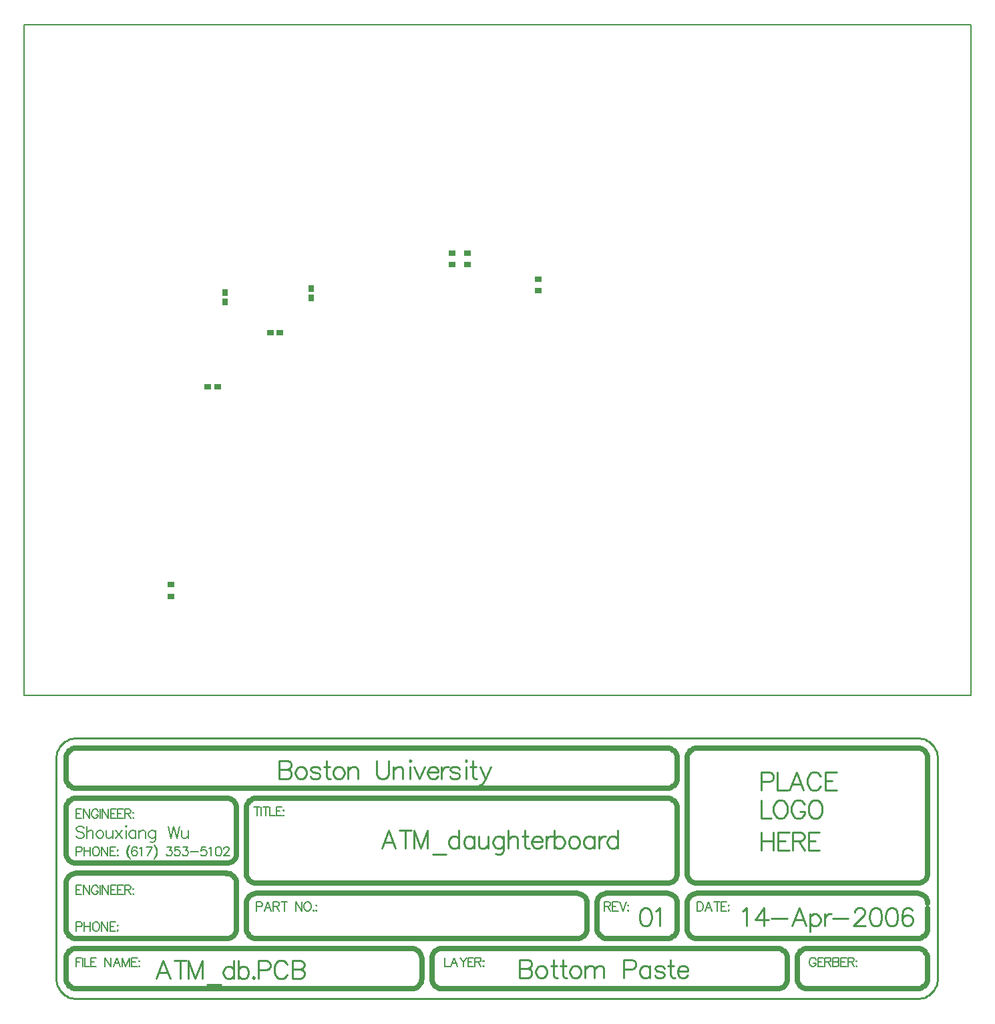
<source format=gbp>
%FSLAX24Y24*%
%MOIN*%
G70*
G01*
G75*
%ADD10C,0.0080*%
%ADD11R,0.0400X0.0600*%
%ADD12R,0.0157X0.0787*%
%ADD13O,0.0157X0.0787*%
%ADD14R,0.0413X0.0177*%
%ADD15R,0.1157X0.1409*%
%ADD16R,0.0315X0.0354*%
%ADD17R,0.1500X0.1100*%
%ADD18O,0.0906X0.0118*%
%ADD19C,0.0157*%
%ADD20R,0.0354X0.0315*%
%ADD21R,0.0906X0.0118*%
%ADD22R,0.0787X0.0197*%
%ADD23O,0.0630X0.0197*%
%ADD24O,0.0197X0.0630*%
%ADD25R,0.0600X0.0500*%
%ADD26R,0.0366X0.0291*%
%ADD27R,0.0600X0.0600*%
%ADD28R,0.1004X0.1063*%
%ADD29R,0.1063X0.1004*%
%ADD30O,0.0118X0.0591*%
%ADD31O,0.0591X0.0118*%
%ADD32R,0.0291X0.0366*%
%ADD33R,0.1000X0.0420*%
%ADD34R,0.0213X0.0138*%
%ADD35O,0.0591X0.0118*%
%ADD36R,0.0787X0.0709*%
%ADD37R,0.0500X0.0600*%
%ADD38R,0.0531X0.0256*%
%ADD39R,0.0984X0.2795*%
%ADD40R,0.1201X0.0449*%
%ADD41R,0.0291X0.0366*%
%ADD42R,0.0984X0.2795*%
%ADD43R,0.0990X0.0200*%
%ADD44R,0.0440X0.0960*%
%ADD45R,0.4100X0.4250*%
%ADD46C,0.0100*%
%ADD47C,0.0200*%
%ADD48C,0.0050*%
%ADD49C,0.0060*%
%ADD50C,0.0300*%
%ADD51C,0.0400*%
%ADD52C,0.0051*%
%ADD53C,0.0079*%
%ADD54R,0.2126X0.1142*%
%ADD55R,0.5315X0.2047*%
%ADD56R,0.1559X0.1244*%
%ADD57R,0.0984X0.0437*%
%ADD58R,0.0996X0.0433*%
%ADD59R,0.0543X0.0933*%
%ADD60R,0.3228X0.1142*%
%ADD61R,0.2441X0.1693*%
%ADD62R,0.1142X0.1181*%
%ADD63R,0.1209X0.3386*%
%ADD64R,0.2909X0.4957*%
%ADD65R,0.1177X0.0437*%
%ADD66R,0.3504X0.2795*%
%ADD67C,0.0250*%
%ADD68C,0.0090*%
%ADD69C,0.0500*%
%ADD70C,0.0240*%
%ADD71C,0.0591*%
%ADD72C,0.0472*%
%ADD73C,0.1575*%
%ADD74C,0.0270*%
%ADD75C,0.0240*%
%ADD76C,0.0240*%
%ADD77C,0.0120*%
D10*
X22673Y13077D02*
X22616Y13134D01*
X22530Y13162D01*
X22416D01*
X22330Y13134D01*
X22273Y13077D01*
Y13020D01*
X22302Y12963D01*
X22330Y12934D01*
X22387Y12905D01*
X22559Y12848D01*
X22616Y12820D01*
X22645Y12791D01*
X22673Y12734D01*
Y12648D01*
X22616Y12591D01*
X22530Y12563D01*
X22416D01*
X22330Y12591D01*
X22273Y12648D01*
X22807Y13162D02*
Y12563D01*
Y12848D02*
X22893Y12934D01*
X22950Y12963D01*
X23036D01*
X23093Y12934D01*
X23122Y12848D01*
Y12563D01*
X23422Y12963D02*
X23364Y12934D01*
X23307Y12877D01*
X23279Y12791D01*
Y12734D01*
X23307Y12648D01*
X23364Y12591D01*
X23422Y12563D01*
X23507D01*
X23564Y12591D01*
X23622Y12648D01*
X23650Y12734D01*
Y12791D01*
X23622Y12877D01*
X23564Y12934D01*
X23507Y12963D01*
X23422D01*
X23781D02*
Y12677D01*
X23810Y12591D01*
X23867Y12563D01*
X23953D01*
X24010Y12591D01*
X24096Y12677D01*
Y12963D02*
Y12563D01*
X24253Y12963D02*
X24567Y12563D01*
Y12963D02*
X24253Y12563D01*
X24750Y13162D02*
X24778Y13134D01*
X24807Y13162D01*
X24778Y13191D01*
X24750Y13162D01*
X24778Y12963D02*
Y12563D01*
X25255Y12963D02*
Y12563D01*
Y12877D02*
X25198Y12934D01*
X25141Y12963D01*
X25055D01*
X24998Y12934D01*
X24941Y12877D01*
X24913Y12791D01*
Y12734D01*
X24941Y12648D01*
X24998Y12591D01*
X25055Y12563D01*
X25141D01*
X25198Y12591D01*
X25255Y12648D01*
X25415Y12963D02*
Y12563D01*
Y12848D02*
X25501Y12934D01*
X25558Y12963D01*
X25644D01*
X25701Y12934D01*
X25730Y12848D01*
Y12563D01*
X26230Y12963D02*
Y12505D01*
X26201Y12420D01*
X26172Y12391D01*
X26115Y12363D01*
X26030D01*
X25972Y12391D01*
X26230Y12877D02*
X26172Y12934D01*
X26115Y12963D01*
X26030D01*
X25972Y12934D01*
X25915Y12877D01*
X25887Y12791D01*
Y12734D01*
X25915Y12648D01*
X25972Y12591D01*
X26030Y12563D01*
X26115D01*
X26172Y12591D01*
X26230Y12648D01*
X26861Y13162D02*
X27004Y12563D01*
X27146Y13162D02*
X27004Y12563D01*
X27146Y13162D02*
X27289Y12563D01*
X27432Y13162D02*
X27289Y12563D01*
X27552Y12963D02*
Y12677D01*
X27581Y12591D01*
X27638Y12563D01*
X27723D01*
X27781Y12591D01*
X27866Y12677D01*
Y12963D02*
Y12563D01*
D20*
X27000Y24629D02*
D03*
Y25220D02*
D03*
X45350Y39880D02*
D03*
Y40471D02*
D03*
X41050Y41771D02*
D03*
Y41180D02*
D03*
X41800Y41771D02*
D03*
Y41180D02*
D03*
D26*
X28854Y35100D02*
D03*
X29330D02*
D03*
X31974Y37800D02*
D03*
X32450D02*
D03*
D32*
X29700Y39324D02*
D03*
Y39800D02*
D03*
X34000Y39524D02*
D03*
Y40000D02*
D03*
D46*
X21273Y5573D02*
X21278Y5475D01*
X21292Y5378D01*
X21316Y5283D01*
X21348Y5190D01*
X21390Y5101D01*
X21440Y5017D01*
X21498Y4938D01*
X21563Y4865D01*
X21635Y4798D01*
X21713Y4739D01*
X21796Y4688D01*
X21885Y4645D01*
X21976Y4610D01*
X22071Y4585D01*
X22168Y4569D01*
X22266Y4563D01*
X64273Y4563D02*
X64371Y4567D01*
X64468Y4582D01*
X64564Y4606D01*
X64656Y4639D01*
X64745Y4681D01*
X64829Y4731D01*
X64908Y4790D01*
X64980Y4855D01*
X65046Y4928D01*
X65105Y5007D01*
X65155Y5091D01*
X65197Y5180D01*
X65230Y5272D01*
X65254Y5368D01*
X65268Y5465D01*
X65273Y5563D01*
Y16563D02*
X65268Y16661D01*
X65254Y16758D01*
X65230Y16853D01*
X65197Y16945D01*
X65155Y17034D01*
X65105Y17118D01*
X65046Y17197D01*
X64980Y17270D01*
X64908Y17336D01*
X64829Y17394D01*
X64745Y17445D01*
X64656Y17486D01*
X64564Y17520D01*
X64468Y17543D01*
X64371Y17558D01*
X64273Y17563D01*
X22273D02*
X22175Y17558D01*
X22078Y17543D01*
X21983Y17520D01*
X21891Y17486D01*
X21802Y17445D01*
X21718Y17394D01*
X21639Y17336D01*
X21566Y17270D01*
X21500Y17197D01*
X21442Y17118D01*
X21391Y17034D01*
X21349Y16945D01*
X21316Y16853D01*
X21292Y16758D01*
X21278Y16661D01*
X21273Y16563D01*
X22273Y4563D02*
X64273D01*
X22273Y17563D02*
X64273D01*
X65273Y5563D02*
Y16563D01*
X21273Y5563D02*
Y16563D01*
D48*
X59195Y6505D02*
X59173Y6548D01*
X59130Y6591D01*
X59087Y6612D01*
X59002D01*
X58959Y6591D01*
X58916Y6548D01*
X58895Y6505D01*
X58873Y6441D01*
Y6334D01*
X58895Y6270D01*
X58916Y6227D01*
X58959Y6184D01*
X59002Y6163D01*
X59087D01*
X59130Y6184D01*
X59173Y6227D01*
X59195Y6270D01*
Y6334D01*
X59087D02*
X59195D01*
X59576Y6612D02*
X59297D01*
Y6163D01*
X59576D01*
X59297Y6398D02*
X59469D01*
X59651Y6612D02*
Y6163D01*
Y6612D02*
X59844D01*
X59908Y6591D01*
X59929Y6570D01*
X59951Y6527D01*
Y6484D01*
X59929Y6441D01*
X59908Y6420D01*
X59844Y6398D01*
X59651D01*
X59801D02*
X59951Y6163D01*
X60052Y6612D02*
Y6163D01*
Y6612D02*
X60244D01*
X60309Y6591D01*
X60330Y6570D01*
X60351Y6527D01*
Y6484D01*
X60330Y6441D01*
X60309Y6420D01*
X60244Y6398D01*
X60052D02*
X60244D01*
X60309Y6377D01*
X60330Y6355D01*
X60351Y6313D01*
Y6248D01*
X60330Y6205D01*
X60309Y6184D01*
X60244Y6163D01*
X60052D01*
X60731Y6612D02*
X60452D01*
Y6163D01*
X60731D01*
X60452Y6398D02*
X60624D01*
X60806Y6612D02*
Y6163D01*
Y6612D02*
X60998D01*
X61063Y6591D01*
X61084Y6570D01*
X61106Y6527D01*
Y6484D01*
X61084Y6441D01*
X61063Y6420D01*
X60998Y6398D01*
X60806D01*
X60956D02*
X61106Y6163D01*
X61228Y6463D02*
X61206Y6441D01*
X61228Y6420D01*
X61249Y6441D01*
X61228Y6463D01*
Y6205D02*
X61206Y6184D01*
X61228Y6163D01*
X61249Y6184D01*
X61228Y6205D01*
X22273Y6612D02*
Y6163D01*
Y6612D02*
X22552D01*
X22273Y6398D02*
X22445D01*
X22603Y6612D02*
Y6163D01*
X22697Y6612D02*
Y6163D01*
X22955D01*
X23282Y6612D02*
X23004D01*
Y6163D01*
X23282D01*
X23004Y6398D02*
X23175D01*
X23711Y6612D02*
Y6163D01*
Y6612D02*
X24011Y6163D01*
Y6612D02*
Y6163D01*
X24478D02*
X24306Y6612D01*
X24135Y6163D01*
X24199Y6313D02*
X24413D01*
X24583Y6612D02*
Y6163D01*
Y6612D02*
X24754Y6163D01*
X24926Y6612D02*
X24754Y6163D01*
X24926Y6612D02*
Y6163D01*
X25333Y6612D02*
X25054D01*
Y6163D01*
X25333D01*
X25054Y6398D02*
X25225D01*
X25429Y6463D02*
X25408Y6441D01*
X25429Y6420D01*
X25450Y6441D01*
X25429Y6463D01*
Y6205D02*
X25408Y6184D01*
X25429Y6163D01*
X25450Y6184D01*
X25429Y6205D01*
X22552Y10213D02*
X22273D01*
Y9763D01*
X22552D01*
X22273Y9998D02*
X22445D01*
X22627Y10213D02*
Y9763D01*
Y10213D02*
X22927Y9763D01*
Y10213D02*
Y9763D01*
X23372Y10105D02*
X23351Y10148D01*
X23308Y10191D01*
X23265Y10213D01*
X23179D01*
X23137Y10191D01*
X23094Y10148D01*
X23072Y10105D01*
X23051Y10041D01*
Y9934D01*
X23072Y9870D01*
X23094Y9827D01*
X23137Y9784D01*
X23179Y9763D01*
X23265D01*
X23308Y9784D01*
X23351Y9827D01*
X23372Y9870D01*
Y9934D01*
X23265D02*
X23372D01*
X23475Y10213D02*
Y9763D01*
X23569Y10213D02*
Y9763D01*
Y10213D02*
X23869Y9763D01*
Y10213D02*
Y9763D01*
X24272Y10213D02*
X23994D01*
Y9763D01*
X24272D01*
X23994Y9998D02*
X24165D01*
X24626Y10213D02*
X24347D01*
Y9763D01*
X24626D01*
X24347Y9998D02*
X24518D01*
X24701Y10213D02*
Y9763D01*
Y10213D02*
X24893D01*
X24958Y10191D01*
X24979Y10170D01*
X25001Y10127D01*
Y10084D01*
X24979Y10041D01*
X24958Y10020D01*
X24893Y9998D01*
X24701D01*
X24851D02*
X25001Y9763D01*
X25123Y10063D02*
X25101Y10041D01*
X25123Y10020D01*
X25144Y10041D01*
X25123Y10063D01*
Y9805D02*
X25101Y9784D01*
X25123Y9763D01*
X25144Y9784D01*
X25123Y9805D01*
X31298Y14138D02*
Y13688D01*
X31148Y14138D02*
X31448D01*
X31502D02*
Y13688D01*
X31746Y14138D02*
Y13688D01*
X31596Y14138D02*
X31896D01*
X31949D02*
Y13688D01*
X32207D01*
X32534Y14138D02*
X32256D01*
Y13688D01*
X32534D01*
X32256Y13923D02*
X32427D01*
X32631Y13988D02*
X32609Y13966D01*
X32631Y13945D01*
X32652Y13966D01*
X32631Y13988D01*
Y13730D02*
X32609Y13709D01*
X32631Y13688D01*
X32652Y13709D01*
X32631Y13730D01*
X31273Y9152D02*
X31466D01*
X31530Y9173D01*
X31552Y9195D01*
X31573Y9238D01*
Y9302D01*
X31552Y9345D01*
X31530Y9366D01*
X31466Y9388D01*
X31273D01*
Y8938D01*
X32017D02*
X31845Y9388D01*
X31674Y8938D01*
X31738Y9088D02*
X31952D01*
X32122Y9388D02*
Y8938D01*
Y9388D02*
X32314D01*
X32379Y9366D01*
X32400Y9345D01*
X32422Y9302D01*
Y9259D01*
X32400Y9216D01*
X32379Y9195D01*
X32314Y9173D01*
X32122D01*
X32272D02*
X32422Y8938D01*
X32672Y9388D02*
Y8938D01*
X32522Y9388D02*
X32822D01*
X33229D02*
Y8938D01*
Y9388D02*
X33529Y8938D01*
Y9388D02*
Y8938D01*
X33782Y9388D02*
X33739Y9366D01*
X33696Y9323D01*
X33675Y9280D01*
X33653Y9216D01*
Y9109D01*
X33675Y9045D01*
X33696Y9002D01*
X33739Y8959D01*
X33782Y8938D01*
X33868D01*
X33911Y8959D01*
X33953Y9002D01*
X33975Y9045D01*
X33996Y9109D01*
Y9216D01*
X33975Y9280D01*
X33953Y9323D01*
X33911Y9366D01*
X33868Y9388D01*
X33782D01*
X34123Y8980D02*
X34101Y8959D01*
X34123Y8938D01*
X34144Y8959D01*
X34123Y8980D01*
X34264Y9238D02*
X34243Y9216D01*
X34264Y9195D01*
X34285Y9216D01*
X34264Y9238D01*
Y8980D02*
X34243Y8959D01*
X34264Y8938D01*
X34285Y8959D01*
X34264Y8980D01*
X22552Y14013D02*
X22273D01*
Y13563D01*
X22552D01*
X22273Y13798D02*
X22445D01*
X22627Y14013D02*
Y13563D01*
Y14013D02*
X22927Y13563D01*
Y14013D02*
Y13563D01*
X23372Y13905D02*
X23351Y13948D01*
X23308Y13991D01*
X23265Y14013D01*
X23179D01*
X23137Y13991D01*
X23094Y13948D01*
X23072Y13905D01*
X23051Y13841D01*
Y13734D01*
X23072Y13670D01*
X23094Y13627D01*
X23137Y13584D01*
X23179Y13563D01*
X23265D01*
X23308Y13584D01*
X23351Y13627D01*
X23372Y13670D01*
Y13734D01*
X23265D02*
X23372D01*
X23475Y14013D02*
Y13563D01*
X23569Y14013D02*
Y13563D01*
Y14013D02*
X23869Y13563D01*
Y14013D02*
Y13563D01*
X24272Y14013D02*
X23994D01*
Y13563D01*
X24272D01*
X23994Y13798D02*
X24165D01*
X24626Y14013D02*
X24347D01*
Y13563D01*
X24626D01*
X24347Y13798D02*
X24518D01*
X24701Y14013D02*
Y13563D01*
Y14013D02*
X24893D01*
X24958Y13991D01*
X24979Y13970D01*
X25001Y13927D01*
Y13884D01*
X24979Y13841D01*
X24958Y13820D01*
X24893Y13798D01*
X24701D01*
X24851D02*
X25001Y13563D01*
X25123Y13863D02*
X25101Y13841D01*
X25123Y13820D01*
X25144Y13841D01*
X25123Y13863D01*
Y13605D02*
X25101Y13584D01*
X25123Y13563D01*
X25144Y13584D01*
X25123Y13605D01*
X40673Y6612D02*
Y6163D01*
X40930D01*
X41322D02*
X41151Y6612D01*
X40980Y6163D01*
X41044Y6313D02*
X41258D01*
X41427Y6612D02*
X41599Y6398D01*
Y6163D01*
X41770Y6612D02*
X41599Y6398D01*
X42106Y6612D02*
X41828D01*
Y6163D01*
X42106D01*
X41828Y6398D02*
X41999D01*
X42181Y6612D02*
Y6163D01*
Y6612D02*
X42374D01*
X42439Y6591D01*
X42460Y6570D01*
X42481Y6527D01*
Y6484D01*
X42460Y6441D01*
X42439Y6420D01*
X42374Y6398D01*
X42181D01*
X42331D02*
X42481Y6163D01*
X42604Y6463D02*
X42582Y6441D01*
X42604Y6420D01*
X42625Y6441D01*
X42604Y6463D01*
Y6205D02*
X42582Y6184D01*
X42604Y6163D01*
X42625Y6184D01*
X42604Y6205D01*
X22273Y8152D02*
X22466D01*
X22530Y8173D01*
X22552Y8195D01*
X22573Y8238D01*
Y8302D01*
X22552Y8345D01*
X22530Y8366D01*
X22466Y8388D01*
X22273D01*
Y7938D01*
X22674Y8388D02*
Y7938D01*
X22974Y8388D02*
Y7938D01*
X22674Y8173D02*
X22974D01*
X23227Y8388D02*
X23184Y8366D01*
X23141Y8323D01*
X23119Y8280D01*
X23098Y8216D01*
Y8109D01*
X23119Y8045D01*
X23141Y8002D01*
X23184Y7959D01*
X23227Y7938D01*
X23312D01*
X23355Y7959D01*
X23398Y8002D01*
X23419Y8045D01*
X23441Y8109D01*
Y8216D01*
X23419Y8280D01*
X23398Y8323D01*
X23355Y8366D01*
X23312Y8388D01*
X23227D01*
X23546D02*
Y7938D01*
Y8388D02*
X23846Y7938D01*
Y8388D02*
Y7938D01*
X24249Y8388D02*
X23970D01*
Y7938D01*
X24249D01*
X23970Y8173D02*
X24141D01*
X24345Y8238D02*
X24323Y8216D01*
X24345Y8195D01*
X24366Y8216D01*
X24345Y8238D01*
Y7980D02*
X24323Y7959D01*
X24345Y7938D01*
X24366Y7959D01*
X24345Y7980D01*
X22273Y11902D02*
X22466D01*
X22530Y11923D01*
X22552Y11945D01*
X22573Y11988D01*
Y12052D01*
X22552Y12095D01*
X22530Y12116D01*
X22466Y12138D01*
X22273D01*
Y11688D01*
X22674Y12138D02*
Y11688D01*
X22974Y12138D02*
Y11688D01*
X22674Y11923D02*
X22974D01*
X23227Y12138D02*
X23184Y12116D01*
X23141Y12073D01*
X23119Y12030D01*
X23098Y11966D01*
Y11859D01*
X23119Y11795D01*
X23141Y11752D01*
X23184Y11709D01*
X23227Y11688D01*
X23312D01*
X23355Y11709D01*
X23398Y11752D01*
X23419Y11795D01*
X23441Y11859D01*
Y11966D01*
X23419Y12030D01*
X23398Y12073D01*
X23355Y12116D01*
X23312Y12138D01*
X23227D01*
X23546D02*
Y11688D01*
Y12138D02*
X23846Y11688D01*
Y12138D02*
Y11688D01*
X24249Y12138D02*
X23970D01*
Y11688D01*
X24249D01*
X23970Y11923D02*
X24141D01*
X24345Y11988D02*
X24323Y11966D01*
X24345Y11945D01*
X24366Y11966D01*
X24345Y11988D01*
Y11730D02*
X24323Y11709D01*
X24345Y11688D01*
X24366Y11709D01*
X24345Y11730D01*
X24968Y12223D02*
X24926Y12180D01*
X24883Y12116D01*
X24840Y12030D01*
X24818Y11923D01*
Y11838D01*
X24840Y11730D01*
X24883Y11645D01*
X24926Y11580D01*
X24968Y11538D01*
X24926Y12180D02*
X24883Y12095D01*
X24861Y12030D01*
X24840Y11923D01*
Y11838D01*
X24861Y11730D01*
X24883Y11666D01*
X24926Y11580D01*
X25311Y12073D02*
X25290Y12116D01*
X25225Y12138D01*
X25183D01*
X25118Y12116D01*
X25075Y12052D01*
X25054Y11945D01*
Y11838D01*
X25075Y11752D01*
X25118Y11709D01*
X25183Y11688D01*
X25204D01*
X25268Y11709D01*
X25311Y11752D01*
X25333Y11816D01*
Y11838D01*
X25311Y11902D01*
X25268Y11945D01*
X25204Y11966D01*
X25183D01*
X25118Y11945D01*
X25075Y11902D01*
X25054Y11838D01*
X25431Y12052D02*
X25474Y12073D01*
X25538Y12138D01*
Y11688D01*
X26061Y12138D02*
X25847Y11688D01*
X25761Y12138D02*
X26061D01*
X26162Y12223D02*
X26205Y12180D01*
X26247Y12116D01*
X26290Y12030D01*
X26312Y11923D01*
Y11838D01*
X26290Y11730D01*
X26247Y11645D01*
X26205Y11580D01*
X26162Y11538D01*
X26205Y12180D02*
X26247Y12095D01*
X26269Y12030D01*
X26290Y11923D01*
Y11838D01*
X26269Y11730D01*
X26247Y11666D01*
X26205Y11580D01*
X26817Y12138D02*
X27053D01*
X26924Y11966D01*
X26989D01*
X27031Y11945D01*
X27053Y11923D01*
X27074Y11859D01*
Y11816D01*
X27053Y11752D01*
X27010Y11709D01*
X26946Y11688D01*
X26882D01*
X26817Y11709D01*
X26796Y11730D01*
X26774Y11773D01*
X27432Y12138D02*
X27218D01*
X27196Y11945D01*
X27218Y11966D01*
X27282Y11988D01*
X27346D01*
X27411Y11966D01*
X27454Y11923D01*
X27475Y11859D01*
Y11816D01*
X27454Y11752D01*
X27411Y11709D01*
X27346Y11688D01*
X27282D01*
X27218Y11709D01*
X27196Y11730D01*
X27175Y11773D01*
X27619Y12138D02*
X27854D01*
X27726Y11966D01*
X27790D01*
X27833Y11945D01*
X27854Y11923D01*
X27876Y11859D01*
Y11816D01*
X27854Y11752D01*
X27811Y11709D01*
X27747Y11688D01*
X27683D01*
X27619Y11709D01*
X27597Y11730D01*
X27576Y11773D01*
X27976Y11880D02*
X28362D01*
X28752Y12138D02*
X28538D01*
X28516Y11945D01*
X28538Y11966D01*
X28602Y11988D01*
X28666D01*
X28730Y11966D01*
X28773Y11923D01*
X28795Y11859D01*
Y11816D01*
X28773Y11752D01*
X28730Y11709D01*
X28666Y11688D01*
X28602D01*
X28538Y11709D01*
X28516Y11730D01*
X28495Y11773D01*
X28895Y12052D02*
X28938Y12073D01*
X29002Y12138D01*
Y11688D01*
X29354Y12138D02*
X29290Y12116D01*
X29247Y12052D01*
X29225Y11945D01*
Y11880D01*
X29247Y11773D01*
X29290Y11709D01*
X29354Y11688D01*
X29397D01*
X29461Y11709D01*
X29504Y11773D01*
X29525Y11880D01*
Y11945D01*
X29504Y12052D01*
X29461Y12116D01*
X29397Y12138D01*
X29354D01*
X29647Y12030D02*
Y12052D01*
X29669Y12095D01*
X29690Y12116D01*
X29733Y12138D01*
X29819D01*
X29862Y12116D01*
X29883Y12095D01*
X29904Y12052D01*
Y12009D01*
X29883Y11966D01*
X29840Y11902D01*
X29626Y11688D01*
X29926D01*
X48648Y9388D02*
Y8938D01*
Y9388D02*
X48841D01*
X48905Y9366D01*
X48927Y9345D01*
X48948Y9302D01*
Y9259D01*
X48927Y9216D01*
X48905Y9195D01*
X48841Y9173D01*
X48648D01*
X48798D02*
X48948Y8938D01*
X49327Y9388D02*
X49049D01*
Y8938D01*
X49327D01*
X49049Y9173D02*
X49220D01*
X49402Y9388D02*
X49574Y8938D01*
X49745Y9388D02*
X49574Y8938D01*
X49824Y9238D02*
X49803Y9216D01*
X49824Y9195D01*
X49846Y9216D01*
X49824Y9238D01*
Y8980D02*
X49803Y8959D01*
X49824Y8938D01*
X49846Y8959D01*
X49824Y8980D01*
X53273Y9388D02*
Y8938D01*
Y9388D02*
X53423D01*
X53487Y9366D01*
X53530Y9323D01*
X53552Y9280D01*
X53573Y9216D01*
Y9109D01*
X53552Y9045D01*
X53530Y9002D01*
X53487Y8959D01*
X53423Y8938D01*
X53273D01*
X54017D02*
X53845Y9388D01*
X53674Y8938D01*
X53738Y9088D02*
X53952D01*
X54272Y9388D02*
Y8938D01*
X54122Y9388D02*
X54422D01*
X54754D02*
X54475D01*
Y8938D01*
X54754D01*
X54475Y9173D02*
X54647D01*
X54850Y9238D02*
X54829Y9216D01*
X54850Y9195D01*
X54871Y9216D01*
X54850Y9238D01*
Y8980D02*
X54829Y8959D01*
X54850Y8938D01*
X54871Y8959D01*
X54850Y8980D01*
D49*
X19685Y19685D02*
X66929D01*
Y53150D01*
X19685D02*
X66929D01*
X19685Y19685D02*
Y53150D01*
D67*
X64773Y9323D02*
X64764Y9418D01*
X64736Y9510D01*
X64691Y9595D01*
X64630Y9669D01*
X64555Y9730D01*
X64471Y9775D01*
X64379Y9803D01*
X64283Y9813D01*
X53273D02*
X53176Y9803D01*
X53082Y9775D01*
X52995Y9728D01*
X52920Y9666D01*
X52857Y9590D01*
X52811Y9504D01*
X52783Y9410D01*
X52773Y9313D01*
X64273Y10313D02*
X64371Y10322D01*
X64465Y10351D01*
X64551Y10397D01*
X64627Y10459D01*
X64689Y10535D01*
X64735Y10621D01*
X64764Y10715D01*
X64773Y10813D01*
X52773D02*
X52783Y10715D01*
X52811Y10621D01*
X52857Y10535D01*
X52920Y10459D01*
X52995Y10397D01*
X53082Y10351D01*
X53176Y10322D01*
X53273Y10313D01*
X64773Y16573D02*
X64763Y16670D01*
X64734Y16764D01*
X64687Y16850D01*
X64624Y16925D01*
X64547Y16986D01*
X64459Y17030D01*
X64364Y17056D01*
X64266Y17062D01*
X64273Y7563D02*
X64371Y7572D01*
X64465Y7601D01*
X64551Y7647D01*
X64627Y7709D01*
X64689Y7785D01*
X64735Y7871D01*
X64764Y7965D01*
X64773Y8063D01*
X64773Y6571D02*
X64762Y6668D01*
X64733Y6760D01*
X64686Y6845D01*
X64624Y6919D01*
X64548Y6980D01*
X64463Y7025D01*
X64370Y7053D01*
X64273Y7063D01*
Y5063D02*
X64371Y5072D01*
X64465Y5101D01*
X64551Y5147D01*
X64627Y5209D01*
X64689Y5285D01*
X64735Y5371D01*
X64764Y5465D01*
X64773Y5563D01*
X51773Y7563D02*
X51871Y7572D01*
X51965Y7601D01*
X52051Y7647D01*
X52127Y7709D01*
X52189Y7785D01*
X52235Y7871D01*
X52264Y7965D01*
X52273Y8063D01*
X52773Y8053D02*
X52783Y7956D01*
X52811Y7863D01*
X52858Y7778D01*
X52920Y7703D01*
X52995Y7642D01*
X53082Y7597D01*
X53175Y7571D01*
X53272Y7563D01*
X52273Y9323D02*
X52264Y9418D01*
X52236Y9510D01*
X52191Y9595D01*
X52130Y9669D01*
X52055Y9730D01*
X51971Y9775D01*
X51879Y9803D01*
X51783Y9813D01*
X21773Y5563D02*
X21783Y5466D01*
X21810Y5373D01*
X21856Y5288D01*
X21917Y5212D01*
X21991Y5150D01*
X22076Y5103D01*
X22168Y5074D01*
X22264Y5063D01*
X51782Y10313D02*
X51878Y10324D01*
X51971Y10353D01*
X52056Y10400D01*
X52130Y10462D01*
X52191Y10537D01*
X52236Y10623D01*
X52264Y10716D01*
X52273Y10813D01*
X22273Y7063D02*
X22176Y7053D01*
X22082Y7025D01*
X21995Y6978D01*
X21920Y6916D01*
X21857Y6840D01*
X21811Y6754D01*
X21783Y6660D01*
X21773Y6563D01*
X52273Y14063D02*
X52264Y14160D01*
X52235Y14254D01*
X52189Y14340D01*
X52127Y14416D01*
X52051Y14478D01*
X51965Y14525D01*
X51871Y14553D01*
X51773Y14563D01*
Y15063D02*
X51871Y15072D01*
X51965Y15101D01*
X52051Y15147D01*
X52127Y15209D01*
X52189Y15285D01*
X52235Y15371D01*
X52264Y15465D01*
X52273Y15563D01*
X53273Y17063D02*
X53176Y17053D01*
X53082Y17025D01*
X52995Y16978D01*
X52920Y16916D01*
X52857Y16840D01*
X52811Y16754D01*
X52783Y16660D01*
X52773Y16563D01*
X52273D02*
X52264Y16660D01*
X52235Y16754D01*
X52189Y16840D01*
X52127Y16916D01*
X52051Y16978D01*
X51965Y17025D01*
X51871Y17053D01*
X51773Y17063D01*
X22273Y14563D02*
X22176Y14553D01*
X22082Y14525D01*
X21995Y14478D01*
X21920Y14416D01*
X21857Y14340D01*
X21811Y14254D01*
X21783Y14160D01*
X21773Y14063D01*
Y11813D02*
X21783Y11715D01*
X21811Y11621D01*
X21857Y11535D01*
X21920Y11459D01*
X21995Y11397D01*
X22082Y11351D01*
X22176Y11322D01*
X22273Y11313D01*
Y10813D02*
X22176Y10803D01*
X22082Y10775D01*
X21995Y10728D01*
X21920Y10666D01*
X21857Y10590D01*
X21811Y10504D01*
X21783Y10410D01*
X21773Y10313D01*
Y8063D02*
X21783Y7966D01*
X21810Y7873D01*
X21856Y7788D01*
X21917Y7712D01*
X21991Y7650D01*
X22076Y7603D01*
X22168Y7574D01*
X22264Y7563D01*
X31273Y14563D02*
X31176Y14553D01*
X31082Y14525D01*
X30995Y14478D01*
X30920Y14416D01*
X30857Y14340D01*
X30811Y14254D01*
X30783Y14160D01*
X30773Y14063D01*
X31273Y9813D02*
X31176Y9803D01*
X31082Y9775D01*
X30995Y9728D01*
X30920Y9666D01*
X30857Y9590D01*
X30811Y9504D01*
X30783Y9410D01*
X30773Y9313D01*
X48753Y9813D02*
X48657Y9803D01*
X48564Y9774D01*
X48479Y9726D01*
X48405Y9663D01*
X48346Y9586D01*
X48303Y9499D01*
X48279Y9405D01*
X48274Y9307D01*
X48273Y8073D02*
X48283Y7974D01*
X48311Y7879D01*
X48357Y7792D01*
X48419Y7715D01*
X48495Y7652D01*
X48582Y7604D01*
X48676Y7574D01*
X48774Y7563D01*
X47283Y7563D02*
X47380Y7572D01*
X47473Y7601D01*
X47558Y7647D01*
X47633Y7709D01*
X47694Y7785D01*
X47738Y7871D01*
X47765Y7964D01*
X47773Y8061D01*
X47773Y9323D02*
X47764Y9418D01*
X47736Y9510D01*
X47691Y9595D01*
X47630Y9669D01*
X47555Y9730D01*
X47471Y9775D01*
X47379Y9803D01*
X47283Y9813D01*
X29783Y7563D02*
X29879Y7572D01*
X29971Y7600D01*
X30055Y7645D01*
X30130Y7706D01*
X30191Y7780D01*
X30236Y7865D01*
X30264Y7957D01*
X30273Y8053D01*
X30773D02*
X30783Y7957D01*
X30811Y7865D01*
X30856Y7780D01*
X30917Y7706D01*
X30991Y7645D01*
X31076Y7600D01*
X31168Y7572D01*
X31263Y7563D01*
X30773Y10803D02*
X30783Y10707D01*
X30811Y10615D01*
X30856Y10530D01*
X30917Y10456D01*
X30991Y10395D01*
X31076Y10350D01*
X31168Y10322D01*
X31263Y10313D01*
X30273Y10323D02*
X30263Y10420D01*
X30234Y10514D01*
X30187Y10600D01*
X30124Y10675D01*
X30047Y10736D01*
X29959Y10780D01*
X29864Y10806D01*
X29766Y10812D01*
X29793Y11313D02*
X29887Y11322D01*
X29977Y11349D01*
X30060Y11393D01*
X30133Y11453D01*
X30192Y11526D01*
X30237Y11609D01*
X30264Y11699D01*
X30273Y11793D01*
Y14073D02*
X30264Y14168D01*
X30236Y14260D01*
X30191Y14345D01*
X30130Y14419D01*
X30055Y14480D01*
X29971Y14525D01*
X29879Y14553D01*
X29783Y14563D01*
X58773Y7063D02*
X58676Y7053D01*
X58582Y7025D01*
X58495Y6978D01*
X58420Y6916D01*
X58357Y6840D01*
X58311Y6754D01*
X58283Y6660D01*
X58273Y6563D01*
Y5553D02*
X58283Y5456D01*
X58311Y5363D01*
X58358Y5278D01*
X58420Y5203D01*
X58495Y5142D01*
X58582Y5097D01*
X58675Y5071D01*
X58772Y5063D01*
X57285Y5063D02*
X57382Y5071D01*
X57475Y5098D01*
X57561Y5144D01*
X57636Y5206D01*
X57696Y5282D01*
X57741Y5369D01*
X57767Y5462D01*
X57773Y5559D01*
X57773Y6563D02*
X57764Y6660D01*
X57735Y6754D01*
X57689Y6840D01*
X57627Y6916D01*
X57551Y6978D01*
X57465Y7025D01*
X57371Y7053D01*
X57273Y7063D01*
X40023Y5563D02*
X40033Y5466D01*
X40060Y5373D01*
X40106Y5288D01*
X40167Y5212D01*
X40241Y5150D01*
X40326Y5103D01*
X40418Y5074D01*
X40514Y5063D01*
X40523Y7063D02*
X40426Y7053D01*
X40332Y7025D01*
X40245Y6978D01*
X40170Y6916D01*
X40107Y6840D01*
X40061Y6754D01*
X40033Y6660D01*
X40023Y6563D01*
X39035Y5063D02*
X39132Y5071D01*
X39225Y5098D01*
X39311Y5144D01*
X39386Y5206D01*
X39446Y5282D01*
X39491Y5369D01*
X39517Y5462D01*
X39523Y5559D01*
X39523Y6563D02*
X39514Y6660D01*
X39485Y6754D01*
X39439Y6840D01*
X39377Y6916D01*
X39301Y6978D01*
X39215Y7025D01*
X39121Y7053D01*
X39023Y7063D01*
X21773Y15563D02*
X21783Y15465D01*
X21811Y15371D01*
X21857Y15285D01*
X21920Y15209D01*
X21995Y15147D01*
X22082Y15101D01*
X22176Y15072D01*
X22273Y15063D01*
Y17063D02*
X22176Y17053D01*
X22082Y17025D01*
X21995Y16978D01*
X21920Y16916D01*
X21857Y16840D01*
X21811Y16754D01*
X21783Y16660D01*
X21773Y16563D01*
X40523Y5063D02*
X57273D01*
X22273D02*
X39023D01*
X22273Y7063D02*
X39023D01*
X40523D02*
X57273D01*
X58773Y5063D02*
X64273D01*
X58773Y7063D02*
X64273D01*
X22273Y17063D02*
X51773D01*
X22273Y7563D02*
X29773D01*
X22273Y10813D02*
X29773D01*
X22273Y11313D02*
X29773D01*
X22273Y14563D02*
X29773D01*
X22273Y15063D02*
X51773D01*
X31273Y14563D02*
X51773D01*
X31273Y9813D02*
X47273D01*
X31273Y7563D02*
X47273D01*
X48773D02*
X51773D01*
X48773Y9813D02*
X51773D01*
X53273Y7563D02*
X64273D01*
X53273Y17063D02*
X64273D01*
X31273Y10313D02*
X51773D01*
X53273D02*
X64273D01*
X53273Y9813D02*
X64273D01*
X39523Y5563D02*
Y6563D01*
X40023Y5563D02*
Y6563D01*
X57773Y5563D02*
Y6563D01*
X58273Y5563D02*
Y6563D01*
X21773Y8063D02*
Y10313D01*
X30273Y8063D02*
Y10313D01*
X21773Y11813D02*
Y14063D01*
X30273Y11813D02*
Y14063D01*
X52273Y15563D02*
Y16563D01*
Y10813D02*
Y14063D01*
X30773Y10813D02*
Y14063D01*
X47773Y8063D02*
Y9313D01*
X30773Y8063D02*
Y9313D01*
X48273Y8063D02*
Y9313D01*
X52273Y8063D02*
Y9313D01*
X64773Y5563D02*
Y6563D01*
Y8063D02*
Y9063D01*
X21773Y5563D02*
Y6563D01*
X52773Y10813D02*
Y16563D01*
X64773Y10813D02*
Y16563D01*
X52773Y8063D02*
Y9313D01*
X21773Y15563D02*
Y16563D01*
D68*
X26959Y5563D02*
X26616Y6462D01*
X26273Y5563D01*
X26402Y5863D02*
X26830D01*
X27469Y6462D02*
Y5563D01*
X27169Y6462D02*
X27769D01*
X27876D02*
Y5563D01*
Y6462D02*
X28219Y5563D01*
X28561Y6462D02*
X28219Y5563D01*
X28561Y6462D02*
Y5563D01*
X28818Y5263D02*
X29504D01*
X30134Y6462D02*
Y5563D01*
Y6034D02*
X30048Y6120D01*
X29962Y6162D01*
X29834D01*
X29748Y6120D01*
X29662Y6034D01*
X29620Y5905D01*
Y5820D01*
X29662Y5691D01*
X29748Y5605D01*
X29834Y5563D01*
X29962D01*
X30048Y5605D01*
X30134Y5691D01*
X30374Y6462D02*
Y5563D01*
Y6034D02*
X30459Y6120D01*
X30545Y6162D01*
X30674D01*
X30759Y6120D01*
X30845Y6034D01*
X30888Y5905D01*
Y5820D01*
X30845Y5691D01*
X30759Y5605D01*
X30674Y5563D01*
X30545D01*
X30459Y5605D01*
X30374Y5691D01*
X31124Y5648D02*
X31081Y5605D01*
X31124Y5563D01*
X31166Y5605D01*
X31124Y5648D01*
X31364Y5991D02*
X31749D01*
X31878Y6034D01*
X31921Y6077D01*
X31963Y6162D01*
Y6291D01*
X31921Y6377D01*
X31878Y6420D01*
X31749Y6462D01*
X31364D01*
Y5563D01*
X32808Y6248D02*
X32765Y6334D01*
X32679Y6420D01*
X32593Y6462D01*
X32422D01*
X32336Y6420D01*
X32251Y6334D01*
X32208Y6248D01*
X32165Y6120D01*
Y5905D01*
X32208Y5777D01*
X32251Y5691D01*
X32336Y5605D01*
X32422Y5563D01*
X32593D01*
X32679Y5605D01*
X32765Y5691D01*
X32808Y5777D01*
X33060Y6462D02*
Y5563D01*
Y6462D02*
X33446D01*
X33575Y6420D01*
X33617Y6377D01*
X33660Y6291D01*
Y6205D01*
X33617Y6120D01*
X33575Y6077D01*
X33446Y6034D01*
X33060D02*
X33446D01*
X33575Y5991D01*
X33617Y5948D01*
X33660Y5863D01*
Y5734D01*
X33617Y5648D01*
X33575Y5605D01*
X33446Y5563D01*
X33060D01*
X32413Y16435D02*
Y15535D01*
Y16435D02*
X32799D01*
X32927Y16392D01*
X32970Y16349D01*
X33013Y16263D01*
Y16178D01*
X32970Y16092D01*
X32927Y16049D01*
X32799Y16006D01*
X32413D02*
X32799D01*
X32927Y15964D01*
X32970Y15921D01*
X33013Y15835D01*
Y15706D01*
X32970Y15621D01*
X32927Y15578D01*
X32799Y15535D01*
X32413D01*
X33428Y16135D02*
X33343Y16092D01*
X33257Y16006D01*
X33214Y15878D01*
Y15792D01*
X33257Y15664D01*
X33343Y15578D01*
X33428Y15535D01*
X33557D01*
X33643Y15578D01*
X33728Y15664D01*
X33771Y15792D01*
Y15878D01*
X33728Y16006D01*
X33643Y16092D01*
X33557Y16135D01*
X33428D01*
X34440Y16006D02*
X34397Y16092D01*
X34268Y16135D01*
X34140D01*
X34011Y16092D01*
X33968Y16006D01*
X34011Y15921D01*
X34097Y15878D01*
X34311Y15835D01*
X34397Y15792D01*
X34440Y15706D01*
Y15664D01*
X34397Y15578D01*
X34268Y15535D01*
X34140D01*
X34011Y15578D01*
X33968Y15664D01*
X34757Y16435D02*
Y15706D01*
X34800Y15578D01*
X34885Y15535D01*
X34971D01*
X34628Y16135D02*
X34928D01*
X35314D02*
X35228Y16092D01*
X35142Y16006D01*
X35100Y15878D01*
Y15792D01*
X35142Y15664D01*
X35228Y15578D01*
X35314Y15535D01*
X35442D01*
X35528Y15578D01*
X35614Y15664D01*
X35657Y15792D01*
Y15878D01*
X35614Y16006D01*
X35528Y16092D01*
X35442Y16135D01*
X35314D01*
X35854D02*
Y15535D01*
Y15964D02*
X35982Y16092D01*
X36068Y16135D01*
X36196D01*
X36282Y16092D01*
X36325Y15964D01*
Y15535D01*
X37268Y16435D02*
Y15792D01*
X37311Y15664D01*
X37396Y15578D01*
X37525Y15535D01*
X37610D01*
X37739Y15578D01*
X37825Y15664D01*
X37868Y15792D01*
Y16435D01*
X38116Y16135D02*
Y15535D01*
Y15964D02*
X38245Y16092D01*
X38330Y16135D01*
X38459D01*
X38545Y16092D01*
X38587Y15964D01*
Y15535D01*
X38909Y16435D02*
X38952Y16392D01*
X38994Y16435D01*
X38952Y16478D01*
X38909Y16435D01*
X38952Y16135D02*
Y15535D01*
X39153Y16135D02*
X39410Y15535D01*
X39667Y16135D02*
X39410Y15535D01*
X39813Y15878D02*
X40327D01*
Y15964D01*
X40284Y16049D01*
X40241Y16092D01*
X40156Y16135D01*
X40027D01*
X39941Y16092D01*
X39856Y16006D01*
X39813Y15878D01*
Y15792D01*
X39856Y15664D01*
X39941Y15578D01*
X40027Y15535D01*
X40156D01*
X40241Y15578D01*
X40327Y15664D01*
X40520Y16135D02*
Y15535D01*
Y15878D02*
X40563Y16006D01*
X40648Y16092D01*
X40734Y16135D01*
X40863D01*
X41415Y16006D02*
X41372Y16092D01*
X41244Y16135D01*
X41115D01*
X40987Y16092D01*
X40944Y16006D01*
X40987Y15921D01*
X41073Y15878D01*
X41287Y15835D01*
X41372Y15792D01*
X41415Y15706D01*
Y15664D01*
X41372Y15578D01*
X41244Y15535D01*
X41115D01*
X40987Y15578D01*
X40944Y15664D01*
X41690Y16435D02*
X41732Y16392D01*
X41775Y16435D01*
X41732Y16478D01*
X41690Y16435D01*
X41732Y16135D02*
Y15535D01*
X42062Y16435D02*
Y15706D01*
X42105Y15578D01*
X42191Y15535D01*
X42277D01*
X41934Y16135D02*
X42234D01*
X42448D02*
X42705Y15535D01*
X42962Y16135D02*
X42705Y15535D01*
X42619Y15364D01*
X42534Y15278D01*
X42448Y15235D01*
X42405D01*
X44419Y6500D02*
Y5600D01*
Y6500D02*
X44805D01*
X44933Y6457D01*
X44976Y6414D01*
X45019Y6328D01*
Y6243D01*
X44976Y6157D01*
X44933Y6114D01*
X44805Y6071D01*
X44419D02*
X44805D01*
X44933Y6028D01*
X44976Y5986D01*
X45019Y5900D01*
Y5771D01*
X44976Y5686D01*
X44933Y5643D01*
X44805Y5600D01*
X44419D01*
X45434Y6200D02*
X45349Y6157D01*
X45263Y6071D01*
X45220Y5943D01*
Y5857D01*
X45263Y5729D01*
X45349Y5643D01*
X45434Y5600D01*
X45563D01*
X45649Y5643D01*
X45734Y5729D01*
X45777Y5857D01*
Y5943D01*
X45734Y6071D01*
X45649Y6157D01*
X45563Y6200D01*
X45434D01*
X46103Y6500D02*
Y5771D01*
X46146Y5643D01*
X46231Y5600D01*
X46317D01*
X45974Y6200D02*
X46274D01*
X46574Y6500D02*
Y5771D01*
X46617Y5643D01*
X46703Y5600D01*
X46788D01*
X46446Y6200D02*
X46746D01*
X47131D02*
X47045Y6157D01*
X46960Y6071D01*
X46917Y5943D01*
Y5857D01*
X46960Y5729D01*
X47045Y5643D01*
X47131Y5600D01*
X47260D01*
X47345Y5643D01*
X47431Y5729D01*
X47474Y5857D01*
Y5943D01*
X47431Y6071D01*
X47345Y6157D01*
X47260Y6200D01*
X47131D01*
X47671D02*
Y5600D01*
Y6028D02*
X47800Y6157D01*
X47885Y6200D01*
X48014D01*
X48100Y6157D01*
X48142Y6028D01*
Y5600D01*
Y6028D02*
X48271Y6157D01*
X48357Y6200D01*
X48485D01*
X48571Y6157D01*
X48614Y6028D01*
Y5600D01*
X49604Y6028D02*
X49989D01*
X50118Y6071D01*
X50161Y6114D01*
X50203Y6200D01*
Y6328D01*
X50161Y6414D01*
X50118Y6457D01*
X49989Y6500D01*
X49604D01*
Y5600D01*
X50919Y6200D02*
Y5600D01*
Y6071D02*
X50833Y6157D01*
X50748Y6200D01*
X50619D01*
X50533Y6157D01*
X50448Y6071D01*
X50405Y5943D01*
Y5857D01*
X50448Y5729D01*
X50533Y5643D01*
X50619Y5600D01*
X50748D01*
X50833Y5643D01*
X50919Y5729D01*
X51630Y6071D02*
X51587Y6157D01*
X51459Y6200D01*
X51330D01*
X51202Y6157D01*
X51159Y6071D01*
X51202Y5986D01*
X51287Y5943D01*
X51502Y5900D01*
X51587Y5857D01*
X51630Y5771D01*
Y5729D01*
X51587Y5643D01*
X51459Y5600D01*
X51330D01*
X51202Y5643D01*
X51159Y5729D01*
X51947Y6500D02*
Y5771D01*
X51990Y5643D01*
X52076Y5600D01*
X52162D01*
X51819Y6200D02*
X52119D01*
X52290Y5943D02*
X52804D01*
Y6028D01*
X52761Y6114D01*
X52719Y6157D01*
X52633Y6200D01*
X52504D01*
X52419Y6157D01*
X52333Y6071D01*
X52290Y5943D01*
Y5857D01*
X52333Y5729D01*
X52419Y5643D01*
X52504Y5600D01*
X52633D01*
X52719Y5643D01*
X52804Y5729D01*
X50655Y9087D02*
X50527Y9045D01*
X50441Y8916D01*
X50398Y8702D01*
Y8573D01*
X50441Y8359D01*
X50527Y8230D01*
X50655Y8188D01*
X50741D01*
X50870Y8230D01*
X50955Y8359D01*
X50998Y8573D01*
Y8702D01*
X50955Y8916D01*
X50870Y9045D01*
X50741Y9087D01*
X50655D01*
X51199Y8916D02*
X51285Y8959D01*
X51414Y9087D01*
Y8188D01*
X56473Y15391D02*
X56859D01*
X56987Y15434D01*
X57030Y15477D01*
X57073Y15562D01*
Y15691D01*
X57030Y15777D01*
X56987Y15820D01*
X56859Y15862D01*
X56473D01*
Y14963D01*
X57274Y15862D02*
Y14963D01*
X57789D01*
X58573D02*
X58230Y15862D01*
X57887Y14963D01*
X58016Y15263D02*
X58444D01*
X59425Y15648D02*
X59383Y15734D01*
X59297Y15820D01*
X59211Y15862D01*
X59040D01*
X58954Y15820D01*
X58868Y15734D01*
X58826Y15648D01*
X58783Y15520D01*
Y15305D01*
X58826Y15177D01*
X58868Y15091D01*
X58954Y15005D01*
X59040Y14963D01*
X59211D01*
X59297Y15005D01*
X59383Y15091D01*
X59425Y15177D01*
X60235Y15862D02*
X59678D01*
Y14963D01*
X60235D01*
X59678Y15434D02*
X60021D01*
X56473Y14462D02*
Y13563D01*
X56987D01*
X57343Y14462D02*
X57257Y14420D01*
X57172Y14334D01*
X57129Y14248D01*
X57086Y14120D01*
Y13905D01*
X57129Y13777D01*
X57172Y13691D01*
X57257Y13605D01*
X57343Y13563D01*
X57514D01*
X57600Y13605D01*
X57686Y13691D01*
X57729Y13777D01*
X57772Y13905D01*
Y14120D01*
X57729Y14248D01*
X57686Y14334D01*
X57600Y14420D01*
X57514Y14462D01*
X57343D01*
X58624Y14248D02*
X58581Y14334D01*
X58496Y14420D01*
X58410Y14462D01*
X58239D01*
X58153Y14420D01*
X58067Y14334D01*
X58024Y14248D01*
X57981Y14120D01*
Y13905D01*
X58024Y13777D01*
X58067Y13691D01*
X58153Y13605D01*
X58239Y13563D01*
X58410D01*
X58496Y13605D01*
X58581Y13691D01*
X58624Y13777D01*
Y13905D01*
X58410D02*
X58624D01*
X59087Y14462D02*
X59001Y14420D01*
X58916Y14334D01*
X58873Y14248D01*
X58830Y14120D01*
Y13905D01*
X58873Y13777D01*
X58916Y13691D01*
X59001Y13605D01*
X59087Y13563D01*
X59258D01*
X59344Y13605D01*
X59430Y13691D01*
X59473Y13777D01*
X59515Y13905D01*
Y14120D01*
X59473Y14248D01*
X59430Y14334D01*
X59344Y14420D01*
X59258Y14462D01*
X59087D01*
X56473Y12862D02*
Y11963D01*
X57073Y12862D02*
Y11963D01*
X56473Y12434D02*
X57073D01*
X57879Y12862D02*
X57322D01*
Y11963D01*
X57879D01*
X57322Y12434D02*
X57664D01*
X58029Y12862D02*
Y11963D01*
Y12862D02*
X58414D01*
X58543Y12820D01*
X58586Y12777D01*
X58628Y12691D01*
Y12605D01*
X58586Y12520D01*
X58543Y12477D01*
X58414Y12434D01*
X58029D01*
X58329D02*
X58628Y11963D01*
X59387Y12862D02*
X58830D01*
Y11963D01*
X59387D01*
X58830Y12434D02*
X59173D01*
X55523Y8916D02*
X55609Y8959D01*
X55737Y9087D01*
Y8188D01*
X56612Y9087D02*
X56183Y8488D01*
X56826D01*
X56612Y9087D02*
Y8188D01*
X56984Y8573D02*
X57756D01*
X58707Y8188D02*
X58364Y9087D01*
X58021Y8188D01*
X58150Y8488D02*
X58578D01*
X58917Y8787D02*
Y7888D01*
Y8659D02*
X59002Y8745D01*
X59088Y8787D01*
X59217D01*
X59302Y8745D01*
X59388Y8659D01*
X59431Y8530D01*
Y8445D01*
X59388Y8316D01*
X59302Y8230D01*
X59217Y8188D01*
X59088D01*
X59002Y8230D01*
X58917Y8316D01*
X59624Y8787D02*
Y8188D01*
Y8530D02*
X59667Y8659D01*
X59752Y8745D01*
X59838Y8787D01*
X59967D01*
X60048Y8573D02*
X60819D01*
X61128Y8873D02*
Y8916D01*
X61171Y9002D01*
X61213Y9045D01*
X61299Y9087D01*
X61471D01*
X61556Y9045D01*
X61599Y9002D01*
X61642Y8916D01*
Y8830D01*
X61599Y8745D01*
X61513Y8616D01*
X61085Y8188D01*
X61685D01*
X62143Y9087D02*
X62015Y9045D01*
X61929Y8916D01*
X61886Y8702D01*
Y8573D01*
X61929Y8359D01*
X62015Y8230D01*
X62143Y8188D01*
X62229D01*
X62357Y8230D01*
X62443Y8359D01*
X62486Y8573D01*
Y8702D01*
X62443Y8916D01*
X62357Y9045D01*
X62229Y9087D01*
X62143D01*
X62944D02*
X62816Y9045D01*
X62730Y8916D01*
X62687Y8702D01*
Y8573D01*
X62730Y8359D01*
X62816Y8230D01*
X62944Y8188D01*
X63030D01*
X63159Y8230D01*
X63244Y8359D01*
X63287Y8573D01*
Y8702D01*
X63244Y8916D01*
X63159Y9045D01*
X63030Y9087D01*
X62944D01*
X64003Y8959D02*
X63960Y9045D01*
X63831Y9087D01*
X63746D01*
X63617Y9045D01*
X63532Y8916D01*
X63489Y8702D01*
Y8488D01*
X63532Y8316D01*
X63617Y8230D01*
X63746Y8188D01*
X63789D01*
X63917Y8230D01*
X64003Y8316D01*
X64046Y8445D01*
Y8488D01*
X64003Y8616D01*
X63917Y8702D01*
X63789Y8745D01*
X63746D01*
X63617Y8702D01*
X63532Y8616D01*
X63489Y8488D01*
X38209Y12063D02*
X37866Y12962D01*
X37523Y12063D01*
X37652Y12363D02*
X38080D01*
X38719Y12962D02*
Y12063D01*
X38419Y12962D02*
X39019D01*
X39126D02*
Y12063D01*
Y12962D02*
X39469Y12063D01*
X39811Y12962D02*
X39469Y12063D01*
X39811Y12962D02*
Y12063D01*
X40068Y11763D02*
X40754D01*
X41384Y12962D02*
Y12063D01*
Y12534D02*
X41298Y12620D01*
X41212Y12662D01*
X41084D01*
X40998Y12620D01*
X40912Y12534D01*
X40870Y12405D01*
Y12320D01*
X40912Y12191D01*
X40998Y12105D01*
X41084Y12063D01*
X41212D01*
X41298Y12105D01*
X41384Y12191D01*
X42138Y12662D02*
Y12063D01*
Y12534D02*
X42052Y12620D01*
X41967Y12662D01*
X41838D01*
X41752Y12620D01*
X41667Y12534D01*
X41624Y12405D01*
Y12320D01*
X41667Y12191D01*
X41752Y12105D01*
X41838Y12063D01*
X41967D01*
X42052Y12105D01*
X42138Y12191D01*
X42378Y12662D02*
Y12234D01*
X42421Y12105D01*
X42506Y12063D01*
X42635D01*
X42721Y12105D01*
X42849Y12234D01*
Y12662D02*
Y12063D01*
X43599Y12662D02*
Y11977D01*
X43556Y11848D01*
X43513Y11806D01*
X43428Y11763D01*
X43299D01*
X43213Y11806D01*
X43599Y12534D02*
X43513Y12620D01*
X43428Y12662D01*
X43299D01*
X43213Y12620D01*
X43128Y12534D01*
X43085Y12405D01*
Y12320D01*
X43128Y12191D01*
X43213Y12105D01*
X43299Y12063D01*
X43428D01*
X43513Y12105D01*
X43599Y12191D01*
X43839Y12962D02*
Y12063D01*
Y12491D02*
X43968Y12620D01*
X44053Y12662D01*
X44182D01*
X44268Y12620D01*
X44310Y12491D01*
Y12063D01*
X44675Y12962D02*
Y12234D01*
X44717Y12105D01*
X44803Y12063D01*
X44889D01*
X44546Y12662D02*
X44846D01*
X45017Y12405D02*
X45532D01*
Y12491D01*
X45489Y12577D01*
X45446Y12620D01*
X45360Y12662D01*
X45232D01*
X45146Y12620D01*
X45060Y12534D01*
X45017Y12405D01*
Y12320D01*
X45060Y12191D01*
X45146Y12105D01*
X45232Y12063D01*
X45360D01*
X45446Y12105D01*
X45532Y12191D01*
X45724Y12662D02*
Y12063D01*
Y12405D02*
X45767Y12534D01*
X45853Y12620D01*
X45939Y12662D01*
X46067D01*
X46149Y12962D02*
Y12063D01*
Y12534D02*
X46234Y12620D01*
X46320Y12662D01*
X46448D01*
X46534Y12620D01*
X46620Y12534D01*
X46663Y12405D01*
Y12320D01*
X46620Y12191D01*
X46534Y12105D01*
X46448Y12063D01*
X46320D01*
X46234Y12105D01*
X46149Y12191D01*
X47070Y12662D02*
X46984Y12620D01*
X46898Y12534D01*
X46856Y12405D01*
Y12320D01*
X46898Y12191D01*
X46984Y12105D01*
X47070Y12063D01*
X47198D01*
X47284Y12105D01*
X47370Y12191D01*
X47413Y12320D01*
Y12405D01*
X47370Y12534D01*
X47284Y12620D01*
X47198Y12662D01*
X47070D01*
X48124D02*
Y12063D01*
Y12534D02*
X48038Y12620D01*
X47952Y12662D01*
X47824D01*
X47738Y12620D01*
X47652Y12534D01*
X47610Y12405D01*
Y12320D01*
X47652Y12191D01*
X47738Y12105D01*
X47824Y12063D01*
X47952D01*
X48038Y12105D01*
X48124Y12191D01*
X48364Y12662D02*
Y12063D01*
Y12405D02*
X48407Y12534D01*
X48492Y12620D01*
X48578Y12662D01*
X48707D01*
X49302Y12962D02*
Y12063D01*
Y12534D02*
X49216Y12620D01*
X49131Y12662D01*
X49002D01*
X48917Y12620D01*
X48831Y12534D01*
X48788Y12405D01*
Y12320D01*
X48831Y12191D01*
X48917Y12105D01*
X49002Y12063D01*
X49131D01*
X49216Y12105D01*
X49302Y12191D01*
M02*

</source>
